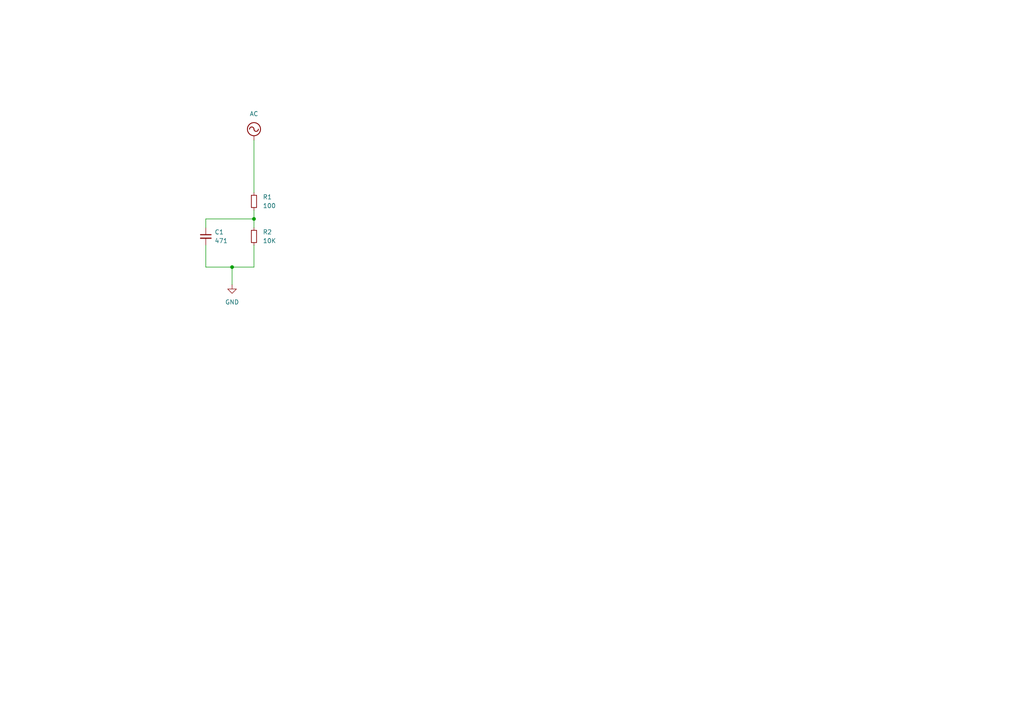
<source format=kicad_sch>
(kicad_sch (version 20230121) (generator eeschema)
  (paper "A4")
  (lib_symbols
    (symbol "Device:C_Small" (pin_numbers hide) (pin_names (offset 0.254) hide)
      (property "Reference" "C" (at 0.254 1.778 0))
      (property "Value" "C_Small" (at 0.254 -2.032 0))
      (symbol "C_Small_0_1"
        (polyline (pts (xy -1.524 -0.508) (xy 1.524 -0.508)) (stroke (width 0.3302)))
        (polyline (pts (xy -1.524 0.508) (xy 1.524 0.508)) (stroke (width 0.3048)))
      )
      (symbol "C_Small_1_1"
        (pin passive line (at 0 2.54 270) (length 2.032) (name "~") (number "1"))
        (pin passive line (at 0 -2.54 90) (length 2.032) (name "~") (number "2"))
      )
    )
    (symbol "Device:R_Small" (pin_numbers hide) (pin_names (offset 0.254) hide)
      (property "Reference" "R" (at 0.762 0.508 0))
      (property "Value" "R_Small" (at 0.762 -1.016 0))
      (symbol "R_Small_0_1"
        (rectangle (start -0.762 1.778) (end 0.762 -1.778) (stroke (width 0.2032)))
      )
      (symbol "R_Small_1_1"
        (pin passive line (at 0 2.54 270) (length 0.762) (name "~") (number "1"))
        (pin passive line (at 0 -2.54 90) (length 0.762) (name "~") (number "2"))
      )
    )
    (symbol "power:AC" (power) (pin_names (offset 0))
      (property "Value" "AC" (at 0 6.35 0))
      (symbol "AC_0_1"
        (polyline (pts (xy 0 0) (xy 0 1.27)))
        (arc (start 0 3.175) (mid -0.635 3.8073) (end -1.27 3.175) (stroke (width 0.254)))
        (arc (start 0 3.175) (mid 0.635 2.5427) (end 1.27 3.175) (stroke (width 0.254)))
        (circle (center 0 3.175) (radius 1.905) (stroke (width 0.254)))
      )
      (symbol "AC_1_1"
        (pin power_in line (at 0 0 90) (length 0) hide (name "AC") (number "1"))
      )
    )
    (symbol "power:GND" (power) (pin_names (offset 0))
      (property "Value" "GND" (at 0 -3.81 0))
      (symbol "GND_0_1"
        (polyline (pts (xy 0 0) (xy 0 -1.27) (xy 1.27 -1.27) (xy 0 -2.54) (xy -1.27 -1.27) (xy 0 -1.27)))
      )
      (symbol "GND_1_1"
        (pin power_in line (at 0 0 270) (length 0) hide (name "GND") (number "1"))
      )
    )
  )
  (junction (at 73.66 63.5))
  (junction (at 67.31 77.47))
  (wire (pts (xy 67.31 77.47) (xy 73.66 77.47)))
  (wire (pts (xy 73.66 63.5) (xy 73.66 66.04)))
  (wire (pts (xy 59.69 77.47) (xy 67.31 77.47)))
  (wire (pts (xy 59.69 66.04) (xy 59.69 63.5)))
  (wire (pts (xy 59.69 71.12) (xy 59.69 77.47)))
  (wire (pts (xy 73.66 60.96) (xy 73.66 63.5)))
  (wire (pts (xy 73.66 77.47) (xy 73.66 71.12)))
  (wire (pts (xy 73.66 40.64) (xy 73.66 55.88)))
  (wire (pts (xy 67.31 77.47) (xy 67.31 82.55)))
  (wire (pts (xy 59.69 63.5) (xy 73.66 63.5)))
  (symbol (lib_id "Device:R_Small") (at 73.66 68.58 0) (unit 1)
    (property "Reference" "R2" (at 76.2 67.31 0) (effects (justify left)))
    (property "Value" "10K" (at 76.2 69.85 0) (effects (justify left)))
  )
  (symbol (lib_id "power:AC") (at 73.66 40.64 0) (unit 1)
    (property "Reference" "#PWR02" (effects hide))
    (property "Value" "AC" (at 73.66 33.02 0))
  )
  (symbol (lib_id "power:GND") (at 67.31 82.55 0) (unit 1)
    (property "Reference" "#PWR01" (effects hide))
    (property "Value" "GND" (at 67.31 87.63 0))
  )
  (symbol (lib_id "Device:C_Small") (at 59.69 68.58 0) (unit 1)
    (property "Reference" "C1" (at 62.23 67.3163 0) (effects (justify left)))
    (property "Value" "471" (at 62.23 69.8563 0) (effects (justify left)))
  )
  (symbol (lib_id "Device:R_Small") (at 73.66 58.42 0) (unit 1)
    (property "Reference" "R1" (at 76.2 57.15 0) (effects (justify left)))
    (property "Value" "100" (at 76.2 59.69 0) (effects (justify left)))
  )
)
</source>
